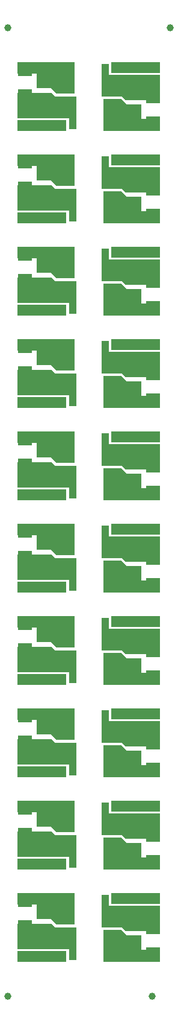
<source format=gbr>
G04 start of page 2 for group 0 idx 0 *
G04 Title: (unknown), component *
G04 Creator: pcb 4.0.2 *
G04 CreationDate: Fri Feb  3 04:46:59 2023 UTC *
G04 For: ndholmes *
G04 Format: Gerber/RS-274X *
G04 PCB-Dimensions (mil): 1620.00 5800.00 *
G04 PCB-Coordinate-Origin: lower left *
%MOIN*%
%FSLAX25Y25*%
%LNTOP*%
%ADD14C,0.0120*%
%ADD13C,0.0280*%
%ADD12C,0.0394*%
%ADD11C,0.0001*%
G54D11*G36*
X68500Y245500D02*X41500D01*
Y251500D01*
X68500D01*
Y245500D01*
G37*
G36*
X41500Y252500D02*Y266500D01*
X60500D01*
X62500Y264500D01*
X74000D01*
Y252500D01*
X41500D01*
G37*
G36*
X74000Y246500D02*X70000D01*
Y254500D01*
X74000D01*
Y246500D01*
G37*
G36*
X41500Y283500D02*X73000D01*
Y277000D01*
X41500D01*
Y283500D01*
G37*
G36*
X73000D02*Y269000D01*
X52000D01*
Y283500D01*
X73000D01*
G37*
G36*
Y270000D02*Y266000D01*
X63000D01*
X59000Y270000D01*
X73000D01*
G37*
G36*
X68500Y194500D02*X41500D01*
Y200500D01*
X68500D01*
Y194500D01*
G37*
G36*
X41500Y232500D02*X73000D01*
Y226000D01*
X41500D01*
Y232500D01*
G37*
G36*
X73000D02*Y218000D01*
X52000D01*
Y232500D01*
X73000D01*
G37*
G36*
X41500Y201500D02*Y215500D01*
X60500D01*
X62500Y213500D01*
X74000D01*
Y201500D01*
X41500D01*
G37*
G36*
X73000Y219000D02*Y215000D01*
X63000D01*
X59000Y219000D01*
X73000D01*
G37*
G36*
X74000Y195500D02*X70000D01*
Y203500D01*
X74000D01*
Y195500D01*
G37*
G36*
X68500Y143500D02*X41500D01*
Y149500D01*
X68500D01*
Y143500D01*
G37*
G36*
X41500Y150500D02*Y164500D01*
X60500D01*
X62500Y162500D01*
X74000D01*
Y150500D01*
X41500D01*
G37*
G36*
X74000Y144500D02*X70000D01*
Y152500D01*
X74000D01*
Y144500D01*
G37*
G36*
X41500Y181500D02*X73000D01*
Y175000D01*
X41500D01*
Y181500D01*
G37*
G36*
X73000D02*Y167000D01*
X52000D01*
Y181500D01*
X73000D01*
G37*
G36*
Y168000D02*Y164000D01*
X63000D01*
X59000Y168000D01*
X73000D01*
G37*
G36*
X68500Y92500D02*X41500D01*
Y98500D01*
X68500D01*
Y92500D01*
G37*
G36*
X41500Y130500D02*X73000D01*
Y124000D01*
X41500D01*
Y130500D01*
G37*
G36*
X73000D02*Y116000D01*
X52000D01*
Y130500D01*
X73000D01*
G37*
G36*
X41500Y99500D02*Y113500D01*
X60500D01*
X62500Y111500D01*
X74000D01*
Y99500D01*
X41500D01*
G37*
G36*
X73000Y117000D02*Y113000D01*
X63000D01*
X59000Y117000D01*
X73000D01*
G37*
G36*
X74000Y93500D02*X70000D01*
Y101500D01*
X74000D01*
Y93500D01*
G37*
G36*
X68500Y41500D02*X41500D01*
Y47500D01*
X68500D01*
Y41500D01*
G37*
G36*
X41500Y48500D02*Y62500D01*
X60500D01*
X62500Y60500D01*
X74000D01*
Y48500D01*
X41500D01*
G37*
G36*
X74000Y42500D02*X70000D01*
Y50500D01*
X74000D01*
Y42500D01*
G37*
G36*
X73000Y79500D02*Y65000D01*
X52000D01*
Y79500D01*
X73000D01*
G37*
G36*
Y66000D02*Y62000D01*
X63000D01*
X59000Y66000D01*
X73000D01*
G37*
G36*
X41500Y79500D02*X73000D01*
Y73000D01*
X41500D01*
Y79500D01*
G37*
G36*
X93500D02*X120500D01*
Y73500D01*
X93500D01*
Y79500D01*
G37*
G36*
X120500Y41500D02*X89000D01*
Y48000D01*
X120500D01*
Y41500D01*
G37*
G36*
X89000D02*Y56000D01*
X110000D01*
Y41500D01*
X89000D01*
G37*
G36*
X120500Y72500D02*Y58500D01*
X101500D01*
X99500Y60500D01*
X88000D01*
Y72500D01*
X120500D01*
G37*
G36*
X89000Y55000D02*Y59000D01*
X99000D01*
X103000Y55000D01*
X89000D01*
G37*
G36*
X88000Y78500D02*X92000D01*
Y70500D01*
X88000D01*
Y78500D01*
G37*
G36*
X120500Y92500D02*X89000D01*
Y99000D01*
X120500D01*
Y92500D01*
G37*
G36*
X89000D02*Y107000D01*
X110000D01*
Y92500D01*
X89000D01*
G37*
G36*
Y106000D02*Y110000D01*
X99000D01*
X103000Y106000D01*
X89000D01*
G37*
G36*
X93500Y130500D02*X120500D01*
Y124500D01*
X93500D01*
Y130500D01*
G37*
G36*
X120500Y123500D02*Y109500D01*
X101500D01*
X99500Y111500D01*
X88000D01*
Y123500D01*
X120500D01*
G37*
G36*
X88000Y129500D02*X92000D01*
Y121500D01*
X88000D01*
Y129500D01*
G37*
G36*
X120500Y143500D02*X89000D01*
Y150000D01*
X120500D01*
Y143500D01*
G37*
G36*
X89000D02*Y158000D01*
X110000D01*
Y143500D01*
X89000D01*
G37*
G36*
Y157000D02*Y161000D01*
X99000D01*
X103000Y157000D01*
X89000D01*
G37*
G36*
X93500Y181500D02*X120500D01*
Y175500D01*
X93500D01*
Y181500D01*
G37*
G36*
X120500Y174500D02*Y160500D01*
X101500D01*
X99500Y162500D01*
X88000D01*
Y174500D01*
X120500D01*
G37*
G36*
X88000Y180500D02*X92000D01*
Y172500D01*
X88000D01*
Y180500D01*
G37*
G36*
X93500Y232500D02*X120500D01*
Y226500D01*
X93500D01*
Y232500D01*
G37*
G36*
X120500Y194500D02*X89000D01*
Y201000D01*
X120500D01*
Y194500D01*
G37*
G36*
X89000D02*Y209000D01*
X110000D01*
Y194500D01*
X89000D01*
G37*
G36*
X120500Y225500D02*Y211500D01*
X101500D01*
X99500Y213500D01*
X88000D01*
Y225500D01*
X120500D01*
G37*
G36*
X89000Y208000D02*Y212000D01*
X99000D01*
X103000Y208000D01*
X89000D01*
G37*
G36*
X88000Y231500D02*X92000D01*
Y223500D01*
X88000D01*
Y231500D01*
G37*
G36*
X68500Y449500D02*X41500D01*
Y455500D01*
X68500D01*
Y449500D01*
G37*
G36*
X74000Y450500D02*X70000D01*
Y458500D01*
X74000D01*
Y450500D01*
G37*
G36*
X41500Y456500D02*Y470500D01*
X60500D01*
X62500Y468500D01*
X74000D01*
Y456500D01*
X41500D01*
G37*
G36*
X73000Y474000D02*Y470000D01*
X63000D01*
X59000Y474000D01*
X73000D01*
G37*
G36*
X68500Y398500D02*X41500D01*
Y404500D01*
X68500D01*
Y398500D01*
G37*
G36*
X41500Y436500D02*X73000D01*
Y430000D01*
X41500D01*
Y436500D01*
G37*
G36*
X73000D02*Y422000D01*
X52000D01*
Y436500D01*
X73000D01*
G37*
G36*
X41500Y405500D02*Y419500D01*
X60500D01*
X62500Y417500D01*
X74000D01*
Y405500D01*
X41500D01*
G37*
G36*
X73000Y423000D02*Y419000D01*
X63000D01*
X59000Y423000D01*
X73000D01*
G37*
G36*
X74000Y399500D02*X70000D01*
Y407500D01*
X74000D01*
Y399500D01*
G37*
G36*
X68500Y500500D02*X41500D01*
Y506500D01*
X68500D01*
Y500500D01*
G37*
G36*
X41500Y538500D02*X73000D01*
Y532000D01*
X41500D01*
Y538500D01*
G37*
G36*
X73000D02*Y524000D01*
X52000D01*
Y538500D01*
X73000D01*
G37*
G36*
X41500Y507500D02*Y521500D01*
X60500D01*
X62500Y519500D01*
X74000D01*
Y507500D01*
X41500D01*
G37*
G36*
X73000Y525000D02*Y521000D01*
X63000D01*
X59000Y525000D01*
X73000D01*
G37*
G36*
X74000Y501500D02*X70000D01*
Y509500D01*
X74000D01*
Y501500D01*
G37*
G36*
X41500Y487500D02*X73000D01*
Y481000D01*
X41500D01*
Y487500D01*
G37*
G36*
X73000D02*Y473000D01*
X52000D01*
Y487500D01*
X73000D01*
G37*
G36*
X68500Y347500D02*X41500D01*
Y353500D01*
X68500D01*
Y347500D01*
G37*
G36*
X41500Y354500D02*Y368500D01*
X60500D01*
X62500Y366500D01*
X74000D01*
Y354500D01*
X41500D01*
G37*
G36*
X74000Y348500D02*X70000D01*
Y356500D01*
X74000D01*
Y348500D01*
G37*
G36*
X41500Y385500D02*X73000D01*
Y379000D01*
X41500D01*
Y385500D01*
G37*
G36*
X73000D02*Y371000D01*
X52000D01*
Y385500D01*
X73000D01*
G37*
G36*
Y372000D02*Y368000D01*
X63000D01*
X59000Y372000D01*
X73000D01*
G37*
G36*
X68500Y296500D02*X41500D01*
Y302500D01*
X68500D01*
Y296500D01*
G37*
G36*
X41500Y334500D02*X73000D01*
Y328000D01*
X41500D01*
Y334500D01*
G37*
G36*
X73000D02*Y320000D01*
X52000D01*
Y334500D01*
X73000D01*
G37*
G36*
X41500Y303500D02*Y317500D01*
X60500D01*
X62500Y315500D01*
X74000D01*
Y303500D01*
X41500D01*
G37*
G36*
X73000Y321000D02*Y317000D01*
X63000D01*
X59000Y321000D01*
X73000D01*
G37*
G36*
X74000Y297500D02*X70000D01*
Y305500D01*
X74000D01*
Y297500D01*
G37*
G36*
X93500Y283500D02*X120500D01*
Y277500D01*
X93500D01*
Y283500D01*
G37*
G36*
X120500Y276500D02*Y262500D01*
X101500D01*
X99500Y264500D01*
X88000D01*
Y276500D01*
X120500D01*
G37*
G36*
X88000Y282500D02*X92000D01*
Y274500D01*
X88000D01*
Y282500D01*
G37*
G36*
X120500Y245500D02*X89000D01*
Y252000D01*
X120500D01*
Y245500D01*
G37*
G36*
X89000D02*Y260000D01*
X110000D01*
Y245500D01*
X89000D01*
G37*
G36*
Y259000D02*Y263000D01*
X99000D01*
X103000Y259000D01*
X89000D01*
G37*
G36*
X93500Y334500D02*X120500D01*
Y328500D01*
X93500D01*
Y334500D01*
G37*
G36*
X120500Y296500D02*X89000D01*
Y303000D01*
X120500D01*
Y296500D01*
G37*
G36*
X89000D02*Y311000D01*
X110000D01*
Y296500D01*
X89000D01*
G37*
G36*
X120500Y327500D02*Y313500D01*
X101500D01*
X99500Y315500D01*
X88000D01*
Y327500D01*
X120500D01*
G37*
G36*
X89000Y310000D02*Y314000D01*
X99000D01*
X103000Y310000D01*
X89000D01*
G37*
G36*
X88000Y333500D02*X92000D01*
Y325500D01*
X88000D01*
Y333500D01*
G37*
G36*
X93500Y385500D02*X120500D01*
Y379500D01*
X93500D01*
Y385500D01*
G37*
G36*
X120500Y378500D02*Y364500D01*
X101500D01*
X99500Y366500D01*
X88000D01*
Y378500D01*
X120500D01*
G37*
G36*
X88000Y384500D02*X92000D01*
Y376500D01*
X88000D01*
Y384500D01*
G37*
G36*
X120500Y347500D02*X89000D01*
Y354000D01*
X120500D01*
Y347500D01*
G37*
G36*
X89000D02*Y362000D01*
X110000D01*
Y347500D01*
X89000D01*
G37*
G36*
Y361000D02*Y365000D01*
X99000D01*
X103000Y361000D01*
X89000D01*
G37*
G36*
X93500Y436500D02*X120500D01*
Y430500D01*
X93500D01*
Y436500D01*
G37*
G36*
X120500Y398500D02*X89000D01*
Y405000D01*
X120500D01*
Y398500D01*
G37*
G36*
X89000D02*Y413000D01*
X110000D01*
Y398500D01*
X89000D01*
G37*
G36*
X120500Y429500D02*Y415500D01*
X101500D01*
X99500Y417500D01*
X88000D01*
Y429500D01*
X120500D01*
G37*
G36*
X89000Y412000D02*Y416000D01*
X99000D01*
X103000Y412000D01*
X89000D01*
G37*
G36*
X88000Y435500D02*X92000D01*
Y427500D01*
X88000D01*
Y435500D01*
G37*
G36*
X93500Y487500D02*X120500D01*
Y481500D01*
X93500D01*
Y487500D01*
G37*
G36*
X120500Y480500D02*Y466500D01*
X101500D01*
X99500Y468500D01*
X88000D01*
Y480500D01*
X120500D01*
G37*
G36*
X88000Y486500D02*X92000D01*
Y478500D01*
X88000D01*
Y486500D01*
G37*
G36*
X120500Y449500D02*X89000D01*
Y456000D01*
X120500D01*
Y449500D01*
G37*
G36*
X89000D02*Y464000D01*
X110000D01*
Y449500D01*
X89000D01*
G37*
G36*
Y463000D02*Y467000D01*
X99000D01*
X103000Y463000D01*
X89000D01*
G37*
G36*
X93500Y538500D02*X120500D01*
Y532500D01*
X93500D01*
Y538500D01*
G37*
G36*
X120500Y500500D02*X89000D01*
Y507000D01*
X120500D01*
Y500500D01*
G37*
G36*
X89000D02*Y515000D01*
X110000D01*
Y500500D01*
X89000D01*
G37*
G36*
X120500Y531500D02*Y517500D01*
X101500D01*
X99500Y519500D01*
X88000D01*
Y531500D01*
X120500D01*
G37*
G36*
X89000Y514000D02*Y518000D01*
X99000D01*
X103000Y514000D01*
X89000D01*
G37*
G36*
X88000Y537500D02*X92000D01*
Y529500D01*
X88000D01*
Y537500D01*
G37*
G36*
X53551Y364201D02*Y355539D01*
X72449D01*
Y364201D01*
X53551D01*
G37*
G36*
X55520Y362232D02*Y357508D01*
X70480D01*
Y362232D01*
X55520D01*
G37*
G36*
X42548Y359802D02*Y354684D01*
X48452D01*
Y359802D01*
X42548D01*
G37*
G36*
X41750Y383250D02*Y377750D01*
X49250D01*
Y383250D01*
X41750D01*
G37*
G36*
Y370250D02*Y364750D01*
X49250D01*
Y370250D01*
X41750D01*
G37*
G36*
X42548Y352716D02*Y347598D01*
X48452D01*
Y352716D01*
X42548D01*
G37*
G36*
X70425Y352075D02*Y348925D01*
X73575D01*
Y352075D01*
X70425D01*
G37*
G36*
X60583Y352665D02*Y348335D01*
X68457D01*
Y352665D01*
X60583D01*
G37*
G36*
X52000Y353500D02*Y347500D01*
X59000D01*
Y353500D01*
X52000D01*
G37*
G36*
X53551Y334461D02*Y321075D01*
X72449D01*
Y334461D01*
X53551D01*
G37*
G36*
X56307Y331705D02*Y323831D01*
X69693D01*
Y331705D01*
X56307D01*
G37*
G36*
X53551Y313201D02*Y304539D01*
X72449D01*
Y313201D01*
X53551D01*
G37*
G36*
X55520Y311232D02*Y306508D01*
X70480D01*
Y311232D01*
X55520D01*
G37*
G36*
X42548Y308802D02*Y303684D01*
X48452D01*
Y308802D01*
X42548D01*
G37*
G36*
Y301716D02*Y296598D01*
X48452D01*
Y301716D01*
X42548D01*
G37*
G36*
X41750Y332250D02*Y326750D01*
X49250D01*
Y332250D01*
X41750D01*
G37*
G36*
Y319250D02*Y313750D01*
X49250D01*
Y319250D01*
X41750D01*
G37*
G36*
X70425Y301075D02*Y297925D01*
X73575D01*
Y301075D01*
X70425D01*
G37*
G36*
X60583Y301665D02*Y297335D01*
X68457D01*
Y301665D01*
X60583D01*
G37*
G36*
X52000Y302500D02*Y296500D01*
X59000D01*
Y302500D01*
X52000D01*
G37*
G36*
X53551Y262201D02*Y253539D01*
X72449D01*
Y262201D01*
X53551D01*
G37*
G36*
X55520Y260232D02*Y255508D01*
X70480D01*
Y260232D01*
X55520D01*
G37*
G36*
X53551Y283461D02*Y270075D01*
X72449D01*
Y283461D01*
X53551D01*
G37*
G36*
X56307Y280705D02*Y272831D01*
X69693D01*
Y280705D01*
X56307D01*
G37*
G36*
X42548Y257802D02*Y252684D01*
X48452D01*
Y257802D01*
X42548D01*
G37*
G36*
Y250716D02*Y245598D01*
X48452D01*
Y250716D01*
X42548D01*
G37*
G36*
X41750Y281250D02*Y275750D01*
X49250D01*
Y281250D01*
X41750D01*
G37*
G36*
Y268250D02*Y262750D01*
X49250D01*
Y268250D01*
X41750D01*
G37*
G36*
X60583Y250665D02*Y246335D01*
X68457D01*
Y250665D01*
X60583D01*
G37*
G36*
X52000Y251500D02*Y245500D01*
X59000D01*
Y251500D01*
X52000D01*
G37*
G36*
X53551Y487461D02*Y474075D01*
X72449D01*
Y487461D01*
X53551D01*
G37*
G36*
X56307Y484705D02*Y476831D01*
X69693D01*
Y484705D01*
X56307D01*
G37*
G36*
X53551Y466201D02*Y457539D01*
X72449D01*
Y466201D01*
X53551D01*
G37*
G36*
X55520Y464232D02*Y459508D01*
X70480D01*
Y464232D01*
X55520D01*
G37*
G36*
X42548Y461802D02*Y456684D01*
X48452D01*
Y461802D01*
X42548D01*
G37*
G36*
X41750Y485250D02*Y479750D01*
X49250D01*
Y485250D01*
X41750D01*
G37*
G36*
Y472250D02*Y466750D01*
X49250D01*
Y472250D01*
X41750D01*
G37*
G36*
X53551Y517201D02*Y508539D01*
X72449D01*
Y517201D01*
X53551D01*
G37*
G36*
X55520Y515232D02*Y510508D01*
X70480D01*
Y515232D01*
X55520D01*
G37*
G36*
X53551Y538461D02*Y525075D01*
X72449D01*
Y538461D01*
X53551D01*
G37*
G36*
X56307Y535705D02*Y527831D01*
X69693D01*
Y535705D01*
X56307D01*
G37*
G36*
X42548Y512802D02*Y507684D01*
X48452D01*
Y512802D01*
X42548D01*
G37*
G36*
Y505716D02*Y500598D01*
X48452D01*
Y505716D01*
X42548D01*
G37*
G36*
X70425Y505075D02*Y501925D01*
X73575D01*
Y505075D01*
X70425D01*
G37*
G36*
X60583Y505665D02*Y501335D01*
X68457D01*
Y505665D01*
X60583D01*
G37*
G36*
X52000Y506500D02*Y500500D01*
X59000D01*
Y506500D01*
X52000D01*
G37*
G36*
X41750Y536250D02*Y530750D01*
X49250D01*
Y536250D01*
X41750D01*
G37*
G36*
Y523250D02*Y517750D01*
X49250D01*
Y523250D01*
X41750D01*
G37*
G54D12*X36000Y557500D03*
G54D11*G36*
X42548Y454716D02*Y449598D01*
X48452D01*
Y454716D01*
X42548D01*
G37*
G36*
X70425Y454075D02*Y450925D01*
X73575D01*
Y454075D01*
X70425D01*
G37*
G36*
X60583Y454665D02*Y450335D01*
X68457D01*
Y454665D01*
X60583D01*
G37*
G36*
X52000Y455500D02*Y449500D01*
X59000D01*
Y455500D01*
X52000D01*
G37*
G36*
X53551Y436461D02*Y423075D01*
X72449D01*
Y436461D01*
X53551D01*
G37*
G36*
X56307Y433705D02*Y425831D01*
X69693D01*
Y433705D01*
X56307D01*
G37*
G36*
X42548Y410802D02*Y405684D01*
X48452D01*
Y410802D01*
X42548D01*
G37*
G36*
X41750Y434250D02*Y428750D01*
X49250D01*
Y434250D01*
X41750D01*
G37*
G36*
Y421250D02*Y415750D01*
X49250D01*
Y421250D01*
X41750D01*
G37*
G36*
X53551Y415201D02*Y406539D01*
X72449D01*
Y415201D01*
X53551D01*
G37*
G36*
X55520Y413232D02*Y408508D01*
X70480D01*
Y413232D01*
X55520D01*
G37*
G36*
X42548Y403716D02*Y398598D01*
X48452D01*
Y403716D01*
X42548D01*
G37*
G36*
X70425Y403075D02*Y399925D01*
X73575D01*
Y403075D01*
X70425D01*
G37*
G36*
X60583Y403665D02*Y399335D01*
X68457D01*
Y403665D01*
X60583D01*
G37*
G36*
X52000Y404500D02*Y398500D01*
X59000D01*
Y404500D01*
X52000D01*
G37*
G36*
X53551Y385461D02*Y372075D01*
X72449D01*
Y385461D01*
X53551D01*
G37*
G36*
X56307Y382705D02*Y374831D01*
X69693D01*
Y382705D01*
X56307D01*
G37*
G36*
X70425Y250075D02*Y246925D01*
X73575D01*
Y250075D01*
X70425D01*
G37*
G36*
X53551Y232461D02*Y219075D01*
X72449D01*
Y232461D01*
X53551D01*
G37*
G36*
X56307Y229705D02*Y221831D01*
X69693D01*
Y229705D01*
X56307D01*
G37*
G36*
X53551Y211201D02*Y202539D01*
X72449D01*
Y211201D01*
X53551D01*
G37*
G36*
X55520Y209232D02*Y204508D01*
X70480D01*
Y209232D01*
X55520D01*
G37*
G36*
X42548Y206802D02*Y201684D01*
X48452D01*
Y206802D01*
X42548D01*
G37*
G36*
X41750Y230250D02*Y224750D01*
X49250D01*
Y230250D01*
X41750D01*
G37*
G36*
Y217250D02*Y211750D01*
X49250D01*
Y217250D01*
X41750D01*
G37*
G36*
X42548Y199716D02*Y194598D01*
X48452D01*
Y199716D01*
X42548D01*
G37*
G36*
X70425Y199075D02*Y195925D01*
X73575D01*
Y199075D01*
X70425D01*
G37*
G36*
X60583Y199665D02*Y195335D01*
X68457D01*
Y199665D01*
X60583D01*
G37*
G36*
X52000Y200500D02*Y194500D01*
X59000D01*
Y200500D01*
X52000D01*
G37*
G36*
X53551Y181461D02*Y168075D01*
X72449D01*
Y181461D01*
X53551D01*
G37*
G36*
X56307Y178705D02*Y170831D01*
X69693D01*
Y178705D01*
X56307D01*
G37*
G36*
X42548Y155802D02*Y150684D01*
X48452D01*
Y155802D01*
X42548D01*
G37*
G36*
X41750Y179250D02*Y173750D01*
X49250D01*
Y179250D01*
X41750D01*
G37*
G36*
Y166250D02*Y160750D01*
X49250D01*
Y166250D01*
X41750D01*
G37*
G36*
X53551Y160201D02*Y151539D01*
X72449D01*
Y160201D01*
X53551D01*
G37*
G36*
X55520Y158232D02*Y153508D01*
X70480D01*
Y158232D01*
X55520D01*
G37*
G36*
X42548Y148716D02*Y143598D01*
X48452D01*
Y148716D01*
X42548D01*
G37*
G36*
X70425Y148075D02*Y144925D01*
X73575D01*
Y148075D01*
X70425D01*
G37*
G36*
X60583Y148665D02*Y144335D01*
X68457D01*
Y148665D01*
X60583D01*
G37*
G36*
X52000Y149500D02*Y143500D01*
X59000D01*
Y149500D01*
X52000D01*
G37*
G36*
X53551Y130461D02*Y117075D01*
X72449D01*
Y130461D01*
X53551D01*
G37*
G36*
X56307Y127705D02*Y119831D01*
X69693D01*
Y127705D01*
X56307D01*
G37*
G36*
X53551Y109201D02*Y100539D01*
X72449D01*
Y109201D01*
X53551D01*
G37*
G36*
X55520Y107232D02*Y102508D01*
X70480D01*
Y107232D01*
X55520D01*
G37*
G36*
X42548Y104802D02*Y99684D01*
X48452D01*
Y104802D01*
X42548D01*
G37*
G36*
X41750Y128250D02*Y122750D01*
X49250D01*
Y128250D01*
X41750D01*
G37*
G36*
Y115250D02*Y109750D01*
X49250D01*
Y115250D01*
X41750D01*
G37*
G36*
X42548Y97716D02*Y92598D01*
X48452D01*
Y97716D01*
X42548D01*
G37*
G36*
X70425Y97075D02*Y93925D01*
X73575D01*
Y97075D01*
X70425D01*
G37*
G36*
X60583Y97665D02*Y93335D01*
X68457D01*
Y97665D01*
X60583D01*
G37*
G36*
X52000Y98500D02*Y92500D01*
X59000D01*
Y98500D01*
X52000D01*
G37*
G36*
X53551Y79461D02*Y66075D01*
X72449D01*
Y79461D01*
X53551D01*
G37*
G36*
X56307Y76705D02*Y68831D01*
X69693D01*
Y76705D01*
X56307D01*
G37*
G36*
X53551Y58201D02*Y49539D01*
X72449D01*
Y58201D01*
X53551D01*
G37*
G36*
X55520Y56232D02*Y51508D01*
X70480D01*
Y56232D01*
X55520D01*
G37*
G36*
X42548Y53802D02*Y48684D01*
X48452D01*
Y53802D01*
X42548D01*
G37*
G36*
Y46716D02*Y41598D01*
X48452D01*
Y46716D01*
X42548D01*
G37*
G36*
X41750Y77250D02*Y71750D01*
X49250D01*
Y77250D01*
X41750D01*
G37*
G36*
Y64250D02*Y58750D01*
X49250D01*
Y64250D01*
X41750D01*
G37*
G36*
X70425Y46075D02*Y42925D01*
X73575D01*
Y46075D01*
X70425D01*
G37*
G36*
X60583Y46665D02*Y42335D01*
X68457D01*
Y46665D01*
X60583D01*
G37*
G36*
X52000Y47500D02*Y41500D01*
X59000D01*
Y47500D01*
X52000D01*
G37*
G54D12*X36000Y22500D03*
G54D11*G36*
X89551Y71461D02*Y62799D01*
X108449D01*
Y71461D01*
X89551D01*
G37*
G36*
X91520Y69492D02*Y64768D01*
X106480D01*
Y69492D01*
X91520D01*
G37*
G36*
X89551Y54925D02*Y41539D01*
X108449D01*
Y54925D01*
X89551D01*
G37*
G36*
X92307Y52169D02*Y44295D01*
X105693D01*
Y52169D01*
X92307D01*
G37*
G36*
X113548Y72316D02*Y67198D01*
X119452D01*
Y72316D01*
X113548D01*
G37*
G36*
Y79402D02*Y74284D01*
X119452D01*
Y79402D01*
X113548D01*
G37*
G36*
X112750Y49250D02*Y43750D01*
X120250D01*
Y49250D01*
X112750D01*
G37*
G36*
Y62250D02*Y56750D01*
X120250D01*
Y62250D01*
X112750D01*
G37*
G54D12*X116000Y22500D03*
G54D11*G36*
X88425Y78075D02*Y74925D01*
X91575D01*
Y78075D01*
X88425D01*
G37*
G36*
X93543Y78665D02*Y74335D01*
X101417D01*
Y78665D01*
X93543D01*
G37*
G36*
X103000Y79500D02*Y73500D01*
X110000D01*
Y79500D01*
X103000D01*
G37*
G36*
X89551Y122461D02*Y113799D01*
X108449D01*
Y122461D01*
X89551D01*
G37*
G36*
X91520Y120492D02*Y115768D01*
X106480D01*
Y120492D01*
X91520D01*
G37*
G36*
X89551Y105925D02*Y92539D01*
X108449D01*
Y105925D01*
X89551D01*
G37*
G36*
X92307Y103169D02*Y95295D01*
X105693D01*
Y103169D01*
X92307D01*
G37*
G36*
X113548Y123316D02*Y118198D01*
X119452D01*
Y123316D01*
X113548D01*
G37*
G36*
Y130402D02*Y125284D01*
X119452D01*
Y130402D01*
X113548D01*
G37*
G36*
X112750Y100250D02*Y94750D01*
X120250D01*
Y100250D01*
X112750D01*
G37*
G36*
Y113250D02*Y107750D01*
X120250D01*
Y113250D01*
X112750D01*
G37*
G36*
X88425Y129075D02*Y125925D01*
X91575D01*
Y129075D01*
X88425D01*
G37*
G36*
X93543Y129665D02*Y125335D01*
X101417D01*
Y129665D01*
X93543D01*
G37*
G36*
X103000Y130500D02*Y124500D01*
X110000D01*
Y130500D01*
X103000D01*
G37*
G36*
X89551Y173461D02*Y164799D01*
X108449D01*
Y173461D01*
X89551D01*
G37*
G36*
X91520Y171492D02*Y166768D01*
X106480D01*
Y171492D01*
X91520D01*
G37*
G36*
X89551Y156925D02*Y143539D01*
X108449D01*
Y156925D01*
X89551D01*
G37*
G36*
X92307Y154169D02*Y146295D01*
X105693D01*
Y154169D01*
X92307D01*
G37*
G36*
X113548Y174316D02*Y169198D01*
X119452D01*
Y174316D01*
X113548D01*
G37*
G36*
Y181402D02*Y176284D01*
X119452D01*
Y181402D01*
X113548D01*
G37*
G36*
X112750Y151250D02*Y145750D01*
X120250D01*
Y151250D01*
X112750D01*
G37*
G36*
Y164250D02*Y158750D01*
X120250D01*
Y164250D01*
X112750D01*
G37*
G36*
X93543Y180665D02*Y176335D01*
X101417D01*
Y180665D01*
X93543D01*
G37*
G36*
X103000Y181500D02*Y175500D01*
X110000D01*
Y181500D01*
X103000D01*
G37*
G36*
X88425Y180075D02*Y176925D01*
X91575D01*
Y180075D01*
X88425D01*
G37*
G36*
X89551Y207925D02*Y194539D01*
X108449D01*
Y207925D01*
X89551D01*
G37*
G36*
X92307Y205169D02*Y197295D01*
X105693D01*
Y205169D01*
X92307D01*
G37*
G36*
X89551Y224461D02*Y215799D01*
X108449D01*
Y224461D01*
X89551D01*
G37*
G36*
X91520Y222492D02*Y217768D01*
X106480D01*
Y222492D01*
X91520D01*
G37*
G36*
X113548Y225316D02*Y220198D01*
X119452D01*
Y225316D01*
X113548D01*
G37*
G36*
X112750Y202250D02*Y196750D01*
X120250D01*
Y202250D01*
X112750D01*
G37*
G36*
Y215250D02*Y209750D01*
X120250D01*
Y215250D01*
X112750D01*
G37*
G36*
X113548Y232402D02*Y227284D01*
X119452D01*
Y232402D01*
X113548D01*
G37*
G36*
X88425Y231075D02*Y227925D01*
X91575D01*
Y231075D01*
X88425D01*
G37*
G36*
X93543Y231665D02*Y227335D01*
X101417D01*
Y231665D01*
X93543D01*
G37*
G36*
X103000Y232500D02*Y226500D01*
X110000D01*
Y232500D01*
X103000D01*
G37*
G36*
X89551Y258925D02*Y245539D01*
X108449D01*
Y258925D01*
X89551D01*
G37*
G36*
X92307Y256169D02*Y248295D01*
X105693D01*
Y256169D01*
X92307D01*
G37*
G36*
X113548Y276316D02*Y271198D01*
X119452D01*
Y276316D01*
X113548D01*
G37*
G36*
X112750Y253250D02*Y247750D01*
X120250D01*
Y253250D01*
X112750D01*
G37*
G36*
Y266250D02*Y260750D01*
X120250D01*
Y266250D01*
X112750D01*
G37*
G36*
X89551Y275461D02*Y266799D01*
X108449D01*
Y275461D01*
X89551D01*
G37*
G36*
X91520Y273492D02*Y268768D01*
X106480D01*
Y273492D01*
X91520D01*
G37*
G36*
X113548Y283402D02*Y278284D01*
X119452D01*
Y283402D01*
X113548D01*
G37*
G36*
X88425Y282075D02*Y278925D01*
X91575D01*
Y282075D01*
X88425D01*
G37*
G36*
X93543Y282665D02*Y278335D01*
X101417D01*
Y282665D01*
X93543D01*
G37*
G36*
X103000Y283500D02*Y277500D01*
X110000D01*
Y283500D01*
X103000D01*
G37*
G36*
X89551Y309925D02*Y296539D01*
X108449D01*
Y309925D01*
X89551D01*
G37*
G36*
X92307Y307169D02*Y299295D01*
X105693D01*
Y307169D01*
X92307D01*
G37*
G36*
X89551Y326461D02*Y317799D01*
X108449D01*
Y326461D01*
X89551D01*
G37*
G36*
X91520Y324492D02*Y319768D01*
X106480D01*
Y324492D01*
X91520D01*
G37*
G36*
X113548Y327316D02*Y322198D01*
X119452D01*
Y327316D01*
X113548D01*
G37*
G36*
X112750Y304250D02*Y298750D01*
X120250D01*
Y304250D01*
X112750D01*
G37*
G36*
Y317250D02*Y311750D01*
X120250D01*
Y317250D01*
X112750D01*
G37*
G36*
X113548Y334402D02*Y329284D01*
X119452D01*
Y334402D01*
X113548D01*
G37*
G36*
X88425Y333075D02*Y329925D01*
X91575D01*
Y333075D01*
X88425D01*
G37*
G36*
X93543Y333665D02*Y329335D01*
X101417D01*
Y333665D01*
X93543D01*
G37*
G36*
X103000Y334500D02*Y328500D01*
X110000D01*
Y334500D01*
X103000D01*
G37*
G36*
X89551Y360925D02*Y347539D01*
X108449D01*
Y360925D01*
X89551D01*
G37*
G36*
X92307Y358169D02*Y350295D01*
X105693D01*
Y358169D01*
X92307D01*
G37*
G36*
X89551Y377461D02*Y368799D01*
X108449D01*
Y377461D01*
X89551D01*
G37*
G36*
X91520Y375492D02*Y370768D01*
X106480D01*
Y375492D01*
X91520D01*
G37*
G36*
X113548Y378316D02*Y373198D01*
X119452D01*
Y378316D01*
X113548D01*
G37*
G36*
Y385402D02*Y380284D01*
X119452D01*
Y385402D01*
X113548D01*
G37*
G36*
X112750Y355250D02*Y349750D01*
X120250D01*
Y355250D01*
X112750D01*
G37*
G36*
Y368250D02*Y362750D01*
X120250D01*
Y368250D01*
X112750D01*
G37*
G36*
X88425Y384075D02*Y380925D01*
X91575D01*
Y384075D01*
X88425D01*
G37*
G36*
X93543Y384665D02*Y380335D01*
X101417D01*
Y384665D01*
X93543D01*
G37*
G36*
X103000Y385500D02*Y379500D01*
X110000D01*
Y385500D01*
X103000D01*
G37*
G36*
X89551Y428461D02*Y419799D01*
X108449D01*
Y428461D01*
X89551D01*
G37*
G36*
X91520Y426492D02*Y421768D01*
X106480D01*
Y426492D01*
X91520D01*
G37*
G36*
X89551Y411925D02*Y398539D01*
X108449D01*
Y411925D01*
X89551D01*
G37*
G36*
X92307Y409169D02*Y401295D01*
X105693D01*
Y409169D01*
X92307D01*
G37*
G36*
X113548Y429316D02*Y424198D01*
X119452D01*
Y429316D01*
X113548D01*
G37*
G36*
Y436402D02*Y431284D01*
X119452D01*
Y436402D01*
X113548D01*
G37*
G36*
X112750Y406250D02*Y400750D01*
X120250D01*
Y406250D01*
X112750D01*
G37*
G36*
Y419250D02*Y413750D01*
X120250D01*
Y419250D01*
X112750D01*
G37*
G36*
X93543Y435665D02*Y431335D01*
X101417D01*
Y435665D01*
X93543D01*
G37*
G36*
X103000Y436500D02*Y430500D01*
X110000D01*
Y436500D01*
X103000D01*
G37*
G36*
X88425Y435075D02*Y431925D01*
X91575D01*
Y435075D01*
X88425D01*
G37*
G36*
X89551Y462925D02*Y449539D01*
X108449D01*
Y462925D01*
X89551D01*
G37*
G36*
X92307Y460169D02*Y452295D01*
X105693D01*
Y460169D01*
X92307D01*
G37*
G36*
X89551Y479461D02*Y470799D01*
X108449D01*
Y479461D01*
X89551D01*
G37*
G36*
X91520Y477492D02*Y472768D01*
X106480D01*
Y477492D01*
X91520D01*
G37*
G36*
X113548Y480316D02*Y475198D01*
X119452D01*
Y480316D01*
X113548D01*
G37*
G36*
X112750Y457250D02*Y451750D01*
X120250D01*
Y457250D01*
X112750D01*
G37*
G36*
Y470250D02*Y464750D01*
X120250D01*
Y470250D01*
X112750D01*
G37*
G36*
X113548Y487402D02*Y482284D01*
X119452D01*
Y487402D01*
X113548D01*
G37*
G36*
X88425Y486075D02*Y482925D01*
X91575D01*
Y486075D01*
X88425D01*
G37*
G36*
X93543Y486665D02*Y482335D01*
X101417D01*
Y486665D01*
X93543D01*
G37*
G36*
X103000Y487500D02*Y481500D01*
X110000D01*
Y487500D01*
X103000D01*
G37*
G36*
X89551Y513925D02*Y500539D01*
X108449D01*
Y513925D01*
X89551D01*
G37*
G36*
X92307Y511169D02*Y503295D01*
X105693D01*
Y511169D01*
X92307D01*
G37*
G36*
X89551Y530461D02*Y521799D01*
X108449D01*
Y530461D01*
X89551D01*
G37*
G36*
X91520Y528492D02*Y523768D01*
X106480D01*
Y528492D01*
X91520D01*
G37*
G36*
X113548Y531316D02*Y526198D01*
X119452D01*
Y531316D01*
X113548D01*
G37*
G54D12*X126000Y557500D03*
G54D11*G36*
X113548Y538402D02*Y533284D01*
X119452D01*
Y538402D01*
X113548D01*
G37*
G36*
X88425Y537075D02*Y533925D01*
X91575D01*
Y537075D01*
X88425D01*
G37*
G36*
X93543Y537665D02*Y533335D01*
X101417D01*
Y537665D01*
X93543D01*
G37*
G36*
X103000Y538500D02*Y532500D01*
X110000D01*
Y538500D01*
X103000D01*
G37*
G36*
X112750Y508250D02*Y502750D01*
X120250D01*
Y508250D01*
X112750D01*
G37*
G36*
Y521250D02*Y515750D01*
X120250D01*
Y521250D01*
X112750D01*
G37*
G54D13*X50000Y298000D03*
Y247000D03*
Y250000D03*
Y301000D03*
X71000Y268000D03*
X67500D03*
X64000D03*
X60000Y264000D03*
X56500D03*
X53000D03*
X50000Y196000D03*
Y145000D03*
Y148000D03*
Y199000D03*
X71000Y217000D03*
X67500D03*
X64000D03*
X60000Y213000D03*
X56500D03*
X53000D03*
X71000Y166000D03*
X67500D03*
X64000D03*
X60000Y162000D03*
X56500D03*
X53000D03*
X112000Y180000D03*
X109000Y214000D03*
Y265000D03*
X112000Y177000D03*
X91000Y159000D03*
Y210000D03*
X94500D03*
X98000D03*
X102000Y214000D03*
X105500D03*
X94500Y159000D03*
X98000D03*
X102000Y163000D03*
X105500D03*
X109000D03*
X112000Y231000D03*
Y228000D03*
Y282000D03*
Y279000D03*
X105500Y265000D03*
X112000Y330000D03*
X105500Y316000D03*
X109000D03*
X91000Y261000D03*
X94500D03*
X98000D03*
X102000Y265000D03*
X91000Y312000D03*
X94500D03*
X98000D03*
X102000Y316000D03*
X50000Y451000D03*
Y400000D03*
Y403000D03*
Y454000D03*
X71000Y472000D03*
X67500D03*
X64000D03*
X60000Y468000D03*
X56500D03*
X53000D03*
X71000Y421000D03*
X67500D03*
X64000D03*
X60000Y417000D03*
X56500D03*
X53000D03*
X71000Y523000D03*
X67500D03*
X64000D03*
X60000Y519000D03*
X56500D03*
X50000Y502000D03*
Y505000D03*
X53000Y519000D03*
X50000Y349000D03*
Y352000D03*
X71000Y370000D03*
X67500D03*
X64000D03*
X60000Y366000D03*
X56500D03*
X53000D03*
X71000Y319000D03*
X67500D03*
X64000D03*
X60000Y315000D03*
X56500D03*
X53000D03*
X50000Y94000D03*
Y97000D03*
X71000Y115000D03*
X67500D03*
X64000D03*
X60000Y111000D03*
X56500D03*
X53000D03*
X112000Y129000D03*
Y126000D03*
X91000Y108000D03*
X94500D03*
X98000D03*
X102000Y112000D03*
X105500D03*
X109000D03*
X50000Y43000D03*
Y46000D03*
X71000Y64000D03*
X67500D03*
X64000D03*
X60000Y60000D03*
X56500D03*
X53000D03*
X112000Y78000D03*
Y75000D03*
X91000Y57000D03*
X94500D03*
X98000D03*
X102000Y61000D03*
X105500D03*
X109000D03*
X91000Y363000D03*
X94500D03*
X98000D03*
X102000Y367000D03*
X91000Y414000D03*
X94500D03*
X98000D03*
X102000Y418000D03*
X91000Y465000D03*
X94500D03*
X98000D03*
X91000Y516000D03*
X94500D03*
X98000D03*
X102000Y469000D03*
Y520000D03*
X112000Y333000D03*
Y435000D03*
Y432000D03*
Y486000D03*
Y483000D03*
Y384000D03*
Y381000D03*
X105500Y367000D03*
X109000D03*
X105500Y418000D03*
X109000D03*
X105500Y469000D03*
X109000D03*
X112000Y537000D03*
Y534000D03*
X105500Y520000D03*
X109000D03*
G54D14*M02*

</source>
